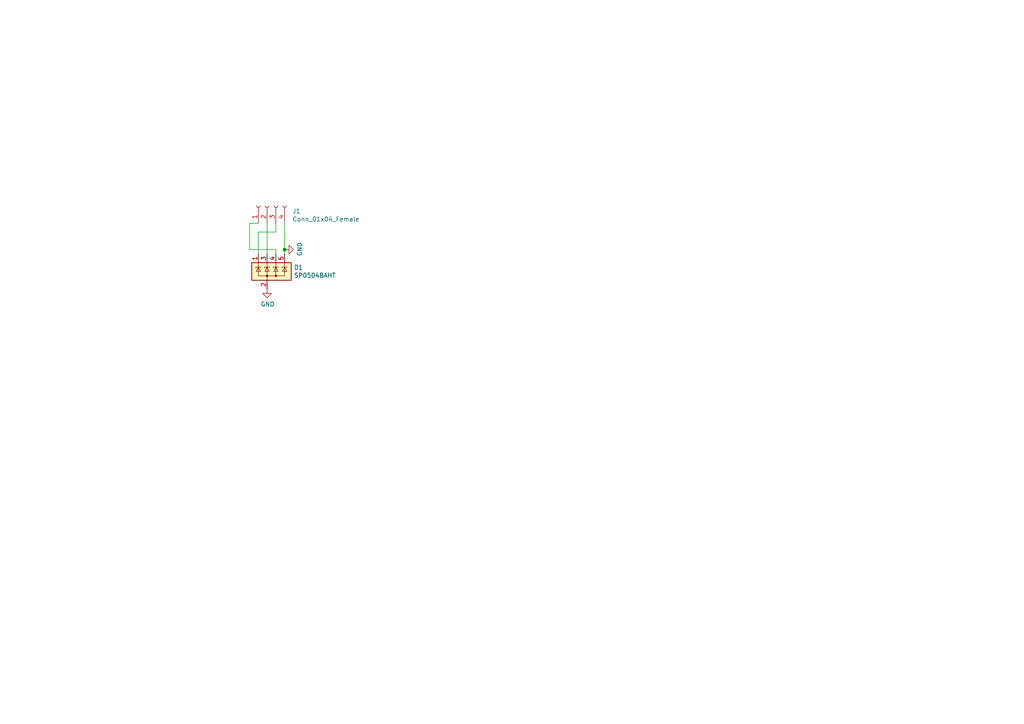
<source format=kicad_sch>
(kicad_sch (version 20231120) (generator "eeschema") (generator_version "8.0")
  (paper "A4")
  (lib_symbols
    (symbol "Power_Protection:SP0504BAHT" (pin_names hide)
      (property "Reference" "D" (at 7.62 2.54 0))
      (property "Value" "SP0504BAHT" (at 7.62 0.635 0))
      (symbol "SP0504BAHT_0_0"
        (pin passive line (at 0 -5.08 90) (length 2.54) (name "A") (number "2"))
      )
      (symbol "SP0504BAHT_0_1"
        (rectangle (start -4.445 2.54) (end 6.985 -2.54) (stroke (width 0.254)) (fill (type background)))
        (circle (center 0 -1.27) (radius 0.254) (fill (type outline)))
        (polyline (pts (xy -2.54 2.54) (xy -2.54 1.27)))
        (polyline (pts (xy 0 -1.27) (xy 0 -2.54)))
        (polyline (pts (xy 0 -1.27) (xy 0 1.27)))
        (polyline (pts (xy 0 2.54) (xy 0 1.27)))
        (polyline (pts (xy 2.54 2.54) (xy 2.54 1.27)))
        (polyline (pts (xy 5.08 2.54) (xy 5.08 1.27)))
        (polyline (pts (xy -3.302 1.016) (xy -3.302 1.27) (xy -1.778 1.27)))
        (polyline (pts (xy 0.762 1.27) (xy -0.762 1.27) (xy -0.762 1.016)))
        (polyline (pts (xy 5.08 1.27) (xy 5.08 -1.27) (xy 2.54 -1.27)))
        (polyline (pts (xy -2.54 1.27) (xy -2.54 -1.27) (xy 2.54 -1.27) (xy 2.54 1.27)))
        (polyline (pts (xy -2.54 1.27) (xy -1.905 0) (xy -3.175 0) (xy -2.54 1.27)))
        (polyline (pts (xy 0.635 0) (xy -0.635 0) (xy 0 1.27) (xy 0.635 0)))
        (polyline (pts (xy 1.778 1.016) (xy 1.778 1.27) (xy 3.175 1.27) (xy 3.302 1.27)))
        (polyline (pts (xy 2.54 1.27) (xy 1.905 0) (xy 3.175 0) (xy 2.54 1.27)))
        (polyline (pts (xy 4.318 1.016) (xy 4.318 1.27) (xy 5.715 1.27) (xy 5.842 1.27)))
        (polyline (pts (xy 5.08 1.27) (xy 4.445 0) (xy 5.715 0) (xy 5.08 1.27)))
        (circle (center 2.54 -1.27) (radius 0.254) (fill (type outline)))
      )
      (symbol "SP0504BAHT_1_1"
        (pin passive line (at -2.54 5.08 270) (length 2.54) (name "K") (number "1"))
        (pin passive line (at 0 5.08 270) (length 2.54) (name "K") (number "3"))
        (pin passive line (at 2.54 5.08 270) (length 2.54) (name "K") (number "4"))
        (pin passive line (at 5.08 5.08 270) (length 2.54) (name "K") (number "5"))
      )
    )
    (symbol "esd-modboard-rescue:Conn_01x04_Female-Connector" (pin_names (offset 1.016) hide)
      (property "Reference" "J" (at 0 5.08 0))
      (property "Value" "Connector_Conn_01x04_Female" (at 0 -7.62 0))
      (symbol "Conn_01x04_Female-Connector_1_1"
        (arc (start 0 -4.572) (mid -0.508 -5.08) (end 0 -5.588) (stroke (width 0.1524)))
        (arc (start 0 -2.032) (mid -0.508 -2.54) (end 0 -3.048) (stroke (width 0.1524)))
        (polyline (pts (xy -1.27 -5.08) (xy -0.508 -5.08)) (stroke (width 0.1524)))
        (polyline (pts (xy -1.27 -2.54) (xy -0.508 -2.54)) (stroke (width 0.1524)))
        (polyline (pts (xy -1.27 0) (xy -0.508 0)) (stroke (width 0.1524)))
        (polyline (pts (xy -1.27 2.54) (xy -0.508 2.54)) (stroke (width 0.1524)))
        (arc (start 0 0.508) (mid -0.508 0) (end 0 -0.508) (stroke (width 0.1524)))
        (arc (start 0 3.048) (mid -0.508 2.54) (end 0 2.032) (stroke (width 0.1524)))
        (pin passive line (at -5.08 2.54 0) (length 3.81) (name "Pin_1") (number "1"))
        (pin passive line (at -5.08 0 0) (length 3.81) (name "Pin_2") (number "2"))
        (pin passive line (at -5.08 -2.54 0) (length 3.81) (name "Pin_3") (number "3"))
        (pin passive line (at -5.08 -5.08 0) (length 3.81) (name "Pin_4") (number "4"))
      )
    )
    (symbol "esd-modboard-rescue:GND-power" (power) (pin_names (offset 0))
      (property "Value" "power_GND" (at 0 -3.81 0))
      (symbol "GND-power_0_1"
        (polyline (pts (xy 0 0) (xy 0 -1.27) (xy 1.27 -1.27) (xy 0 -2.54) (xy -1.27 -1.27) (xy 0 -1.27)))
      )
      (symbol "GND-power_1_1"
        (pin power_in line (at 0 0 270) (length 0) hide (name "GND") (number "1"))
      )
    )
  )
  (junction (at 82.55 72.39))
  (wire (pts (xy 80.01 72.39) (xy 72.39 72.39)))
  (wire (pts (xy 72.39 72.39) (xy 72.39 64.77)))
  (wire (pts (xy 80.01 73.66) (xy 80.01 72.39)))
  (wire (pts (xy 82.55 64.77) (xy 82.55 72.39)))
  (wire (pts (xy 80.01 67.31) (xy 80.01 64.77)))
  (wire (pts (xy 74.93 67.31) (xy 74.93 73.66)))
  (wire (pts (xy 74.93 67.31) (xy 80.01 67.31)))
  (wire (pts (xy 82.55 72.39) (xy 82.55 73.66)))
  (wire (pts (xy 72.39 64.77) (xy 74.93 64.77)))
  (wire (pts (xy 77.47 64.77) (xy 77.47 73.66)))
  (symbol (lib_id "Power_Protection:SP0504BAHT") (at 77.47 78.74 0) (unit 1)
    (property "Reference" "D1" (at 85.217 77.5716 0) (effects (justify left)))
    (property "Value" "SP0504BAHT" (at 85.217 79.883 0) (effects (justify left)))
    (property "Footprint" "Package_TO_SOT_SMD:SOT-23-6" (effects (hide yes)))
    (property "Datasheet" "http://www.littelfuse.com/~/media/files/littelfuse/technical%20resources/documents/data%20sheets/sp05xxba.pdf" (effects (hide yes)))
  )
  (symbol (lib_id "esd-modboard-rescue:Conn_01x04_Female-Connector") (at 77.47 59.69 90) (unit 1)
    (property "Reference" "J1" (at 84.7852 61.2648 90) (effects (justify right)))
    (property "Value" "Conn_01x04_Female" (at 84.7852 63.5762 90) (effects (justify right)))
    (property "Footprint" "Connector_Molex:Molex_PicoBlade_53261-0471_1x04-1MP_P1.25mm_Horizontal" (effects (hide yes)))
  )
  (symbol (lib_id "esd-modboard-rescue:GND-power") (at 77.47 83.82 0) (unit 1)
    (property "Reference" "#PWR0101" (effects (hide yes)))
    (property "Value" "GND" (at 77.597 88.2142 0))
  )
  (symbol (lib_id "esd-modboard-rescue:GND-power") (at 82.55 72.39 90) (unit 1)
    (property "Reference" "#PWR0102" (effects (hide yes)))
    (property "Value" "GND" (at 86.9442 72.263 0))
  )
)
</source>
